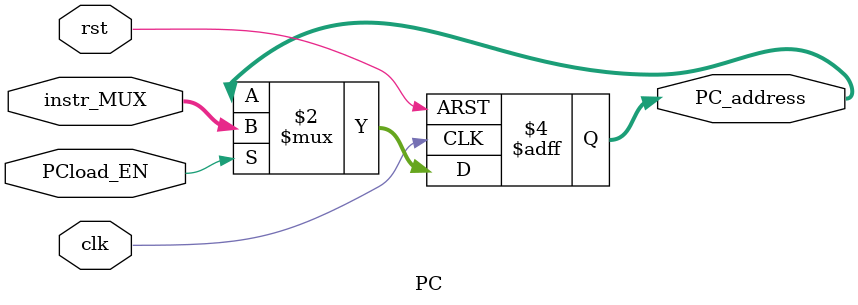
<source format=v>
`timescale 1ns / 1ps


module PC(
    input        rst,
    input        clk,
    input        PCload_EN,
    input  [3:0] instr_MUX,
    
    output reg [3:0] PC_address  // Declare as reg because it's assigned inside always block
);

always @(posedge clk or posedge rst) begin 
    if (rst) begin
        PC_address <= 4'b0000;  // Reset to zero when rst is high
    end else if (PCload_EN) begin
        PC_address <= instr_MUX;  // Load new instruction when enabled
    end
end

endmodule


</source>
